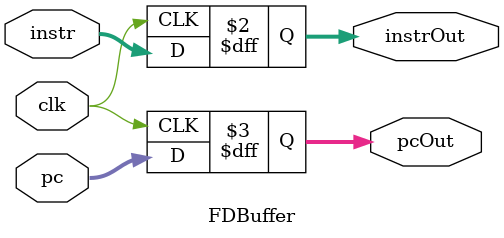
<source format=v>
module FDBuffer(clk, pc, instr, pcOut, instrOut);


// Inputs to the buffer
input [15:0] instr;
input [31:0] pc;
input clk;

// Outputs from the buffer
output reg  [15:0] instrOut;
output reg [31:0] pcOut;

always@(posedge clk)
begin
    instrOut = instr;
    pcOut = pc;
end
endmodule

</source>
